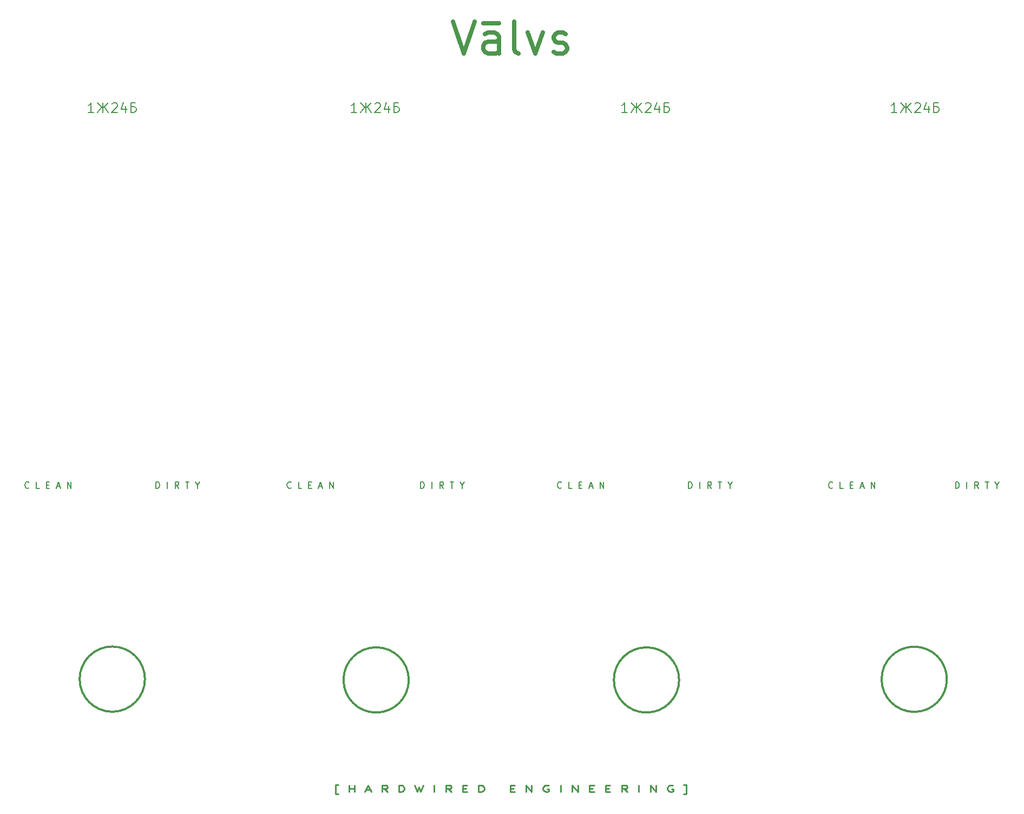
<source format=gts>
%TF.GenerationSoftware,KiCad,Pcbnew,(5.1.6-0-10_14)*%
%TF.CreationDate,2022-01-28T11:35:50+00:00*%
%TF.ProjectId,Quad Tube VCA Panel,51756164-2054-4756-9265-205643412050,rev?*%
%TF.SameCoordinates,Original*%
%TF.FileFunction,Soldermask,Top*%
%TF.FilePolarity,Negative*%
%FSLAX46Y46*%
G04 Gerber Fmt 4.6, Leading zero omitted, Abs format (unit mm)*
G04 Created by KiCad (PCBNEW (5.1.6-0-10_14)) date 2022-01-28 11:35:50*
%MOMM*%
%LPD*%
G01*
G04 APERTURE LIST*
%ADD10C,0.300000*%
%ADD11C,0.700000*%
%ADD12C,0.150000*%
%ADD13C,0.250000*%
%ADD14C,0.200000*%
G04 APERTURE END LIST*
D10*
X156210000Y-168275000D02*
G75*
G03*
X156210000Y-168275000I-5105337J0D01*
G01*
X114325337Y-168376663D02*
G75*
G03*
X114325337Y-168376663I-5105337J0D01*
G01*
X72034337Y-168376663D02*
G75*
G03*
X72034337Y-168376663I-5105337J0D01*
G01*
X30759337Y-168249663D02*
G75*
G03*
X30759337Y-168249663I-5105337J0D01*
G01*
D11*
X78971333Y-65333904D02*
X80638000Y-70333904D01*
X82304666Y-65333904D01*
X86114190Y-70333904D02*
X86114190Y-67714857D01*
X85876095Y-67238666D01*
X85399904Y-67000571D01*
X84447523Y-67000571D01*
X83971333Y-67238666D01*
X86114190Y-70095809D02*
X85638000Y-70333904D01*
X84447523Y-70333904D01*
X83971333Y-70095809D01*
X83733238Y-69619619D01*
X83733238Y-69143428D01*
X83971333Y-68667238D01*
X84447523Y-68429142D01*
X85638000Y-68429142D01*
X86114190Y-68191047D01*
X83733238Y-65572000D02*
X86114190Y-65572000D01*
X89209428Y-70333904D02*
X88733238Y-70095809D01*
X88495142Y-69619619D01*
X88495142Y-65333904D01*
X90638000Y-67000571D02*
X91828476Y-70333904D01*
X93018952Y-67000571D01*
X94685619Y-70095809D02*
X95161809Y-70333904D01*
X96114190Y-70333904D01*
X96590380Y-70095809D01*
X96828476Y-69619619D01*
X96828476Y-69381523D01*
X96590380Y-68905333D01*
X96114190Y-68667238D01*
X95399904Y-68667238D01*
X94923714Y-68429142D01*
X94685619Y-67952952D01*
X94685619Y-67714857D01*
X94923714Y-67238666D01*
X95399904Y-67000571D01*
X96114190Y-67000571D01*
X96590380Y-67238666D01*
D12*
X12597190Y-138279142D02*
X12549571Y-138326761D01*
X12406714Y-138374380D01*
X12311476Y-138374380D01*
X12168619Y-138326761D01*
X12073380Y-138231523D01*
X12025761Y-138136285D01*
X11978142Y-137945809D01*
X11978142Y-137802952D01*
X12025761Y-137612476D01*
X12073380Y-137517238D01*
X12168619Y-137422000D01*
X12311476Y-137374380D01*
X12406714Y-137374380D01*
X12549571Y-137422000D01*
X12597190Y-137469619D01*
X14263857Y-138374380D02*
X13787666Y-138374380D01*
X13787666Y-137374380D01*
X15359095Y-137850571D02*
X15692428Y-137850571D01*
X15835285Y-138374380D02*
X15359095Y-138374380D01*
X15359095Y-137374380D01*
X15835285Y-137374380D01*
X16978142Y-138088666D02*
X17454333Y-138088666D01*
X16882904Y-138374380D02*
X17216238Y-137374380D01*
X17549571Y-138374380D01*
X18644809Y-138374380D02*
X18644809Y-137374380D01*
X19216238Y-138374380D01*
X19216238Y-137374380D01*
X32480666Y-138374380D02*
X32480666Y-137374380D01*
X32718761Y-137374380D01*
X32861619Y-137422000D01*
X32956857Y-137517238D01*
X33004476Y-137612476D01*
X33052095Y-137802952D01*
X33052095Y-137945809D01*
X33004476Y-138136285D01*
X32956857Y-138231523D01*
X32861619Y-138326761D01*
X32718761Y-138374380D01*
X32480666Y-138374380D01*
X34242571Y-138374380D02*
X34242571Y-137374380D01*
X36052095Y-138374380D02*
X35718761Y-137898190D01*
X35480666Y-138374380D02*
X35480666Y-137374380D01*
X35861619Y-137374380D01*
X35956857Y-137422000D01*
X36004476Y-137469619D01*
X36052095Y-137564857D01*
X36052095Y-137707714D01*
X36004476Y-137802952D01*
X35956857Y-137850571D01*
X35861619Y-137898190D01*
X35480666Y-137898190D01*
X37099714Y-137374380D02*
X37671142Y-137374380D01*
X37385428Y-138374380D02*
X37385428Y-137374380D01*
X38956857Y-137898190D02*
X38956857Y-138374380D01*
X38623523Y-137374380D02*
X38956857Y-137898190D01*
X39290190Y-137374380D01*
X53618190Y-138279142D02*
X53570571Y-138326761D01*
X53427714Y-138374380D01*
X53332476Y-138374380D01*
X53189619Y-138326761D01*
X53094380Y-138231523D01*
X53046761Y-138136285D01*
X52999142Y-137945809D01*
X52999142Y-137802952D01*
X53046761Y-137612476D01*
X53094380Y-137517238D01*
X53189619Y-137422000D01*
X53332476Y-137374380D01*
X53427714Y-137374380D01*
X53570571Y-137422000D01*
X53618190Y-137469619D01*
X55284857Y-138374380D02*
X54808666Y-138374380D01*
X54808666Y-137374380D01*
X56380095Y-137850571D02*
X56713428Y-137850571D01*
X56856285Y-138374380D02*
X56380095Y-138374380D01*
X56380095Y-137374380D01*
X56856285Y-137374380D01*
X57999142Y-138088666D02*
X58475333Y-138088666D01*
X57903904Y-138374380D02*
X58237238Y-137374380D01*
X58570571Y-138374380D01*
X59665809Y-138374380D02*
X59665809Y-137374380D01*
X60237238Y-138374380D01*
X60237238Y-137374380D01*
X73882666Y-138374380D02*
X73882666Y-137374380D01*
X74120761Y-137374380D01*
X74263619Y-137422000D01*
X74358857Y-137517238D01*
X74406476Y-137612476D01*
X74454095Y-137802952D01*
X74454095Y-137945809D01*
X74406476Y-138136285D01*
X74358857Y-138231523D01*
X74263619Y-138326761D01*
X74120761Y-138374380D01*
X73882666Y-138374380D01*
X75644571Y-138374380D02*
X75644571Y-137374380D01*
X77454095Y-138374380D02*
X77120761Y-137898190D01*
X76882666Y-138374380D02*
X76882666Y-137374380D01*
X77263619Y-137374380D01*
X77358857Y-137422000D01*
X77406476Y-137469619D01*
X77454095Y-137564857D01*
X77454095Y-137707714D01*
X77406476Y-137802952D01*
X77358857Y-137850571D01*
X77263619Y-137898190D01*
X76882666Y-137898190D01*
X78501714Y-137374380D02*
X79073142Y-137374380D01*
X78787428Y-138374380D02*
X78787428Y-137374380D01*
X80358857Y-137898190D02*
X80358857Y-138374380D01*
X80025523Y-137374380D02*
X80358857Y-137898190D01*
X80692190Y-137374380D01*
X95909190Y-138279142D02*
X95861571Y-138326761D01*
X95718714Y-138374380D01*
X95623476Y-138374380D01*
X95480619Y-138326761D01*
X95385380Y-138231523D01*
X95337761Y-138136285D01*
X95290142Y-137945809D01*
X95290142Y-137802952D01*
X95337761Y-137612476D01*
X95385380Y-137517238D01*
X95480619Y-137422000D01*
X95623476Y-137374380D01*
X95718714Y-137374380D01*
X95861571Y-137422000D01*
X95909190Y-137469619D01*
X97575857Y-138374380D02*
X97099666Y-138374380D01*
X97099666Y-137374380D01*
X98671095Y-137850571D02*
X99004428Y-137850571D01*
X99147285Y-138374380D02*
X98671095Y-138374380D01*
X98671095Y-137374380D01*
X99147285Y-137374380D01*
X100290142Y-138088666D02*
X100766333Y-138088666D01*
X100194904Y-138374380D02*
X100528238Y-137374380D01*
X100861571Y-138374380D01*
X101956809Y-138374380D02*
X101956809Y-137374380D01*
X102528238Y-138374380D01*
X102528238Y-137374380D01*
X115792666Y-138374380D02*
X115792666Y-137374380D01*
X116030761Y-137374380D01*
X116173619Y-137422000D01*
X116268857Y-137517238D01*
X116316476Y-137612476D01*
X116364095Y-137802952D01*
X116364095Y-137945809D01*
X116316476Y-138136285D01*
X116268857Y-138231523D01*
X116173619Y-138326761D01*
X116030761Y-138374380D01*
X115792666Y-138374380D01*
X117554571Y-138374380D02*
X117554571Y-137374380D01*
X119364095Y-138374380D02*
X119030761Y-137898190D01*
X118792666Y-138374380D02*
X118792666Y-137374380D01*
X119173619Y-137374380D01*
X119268857Y-137422000D01*
X119316476Y-137469619D01*
X119364095Y-137564857D01*
X119364095Y-137707714D01*
X119316476Y-137802952D01*
X119268857Y-137850571D01*
X119173619Y-137898190D01*
X118792666Y-137898190D01*
X120411714Y-137374380D02*
X120983142Y-137374380D01*
X120697428Y-138374380D02*
X120697428Y-137374380D01*
X122268857Y-137898190D02*
X122268857Y-138374380D01*
X121935523Y-137374380D02*
X122268857Y-137898190D01*
X122602190Y-137374380D01*
X138327190Y-138279142D02*
X138279571Y-138326761D01*
X138136714Y-138374380D01*
X138041476Y-138374380D01*
X137898619Y-138326761D01*
X137803380Y-138231523D01*
X137755761Y-138136285D01*
X137708142Y-137945809D01*
X137708142Y-137802952D01*
X137755761Y-137612476D01*
X137803380Y-137517238D01*
X137898619Y-137422000D01*
X138041476Y-137374380D01*
X138136714Y-137374380D01*
X138279571Y-137422000D01*
X138327190Y-137469619D01*
X139993857Y-138374380D02*
X139517666Y-138374380D01*
X139517666Y-137374380D01*
X141089095Y-137850571D02*
X141422428Y-137850571D01*
X141565285Y-138374380D02*
X141089095Y-138374380D01*
X141089095Y-137374380D01*
X141565285Y-137374380D01*
X142708142Y-138088666D02*
X143184333Y-138088666D01*
X142612904Y-138374380D02*
X142946238Y-137374380D01*
X143279571Y-138374380D01*
X144374809Y-138374380D02*
X144374809Y-137374380D01*
X144946238Y-138374380D01*
X144946238Y-137374380D01*
X157575666Y-138374380D02*
X157575666Y-137374380D01*
X157813761Y-137374380D01*
X157956619Y-137422000D01*
X158051857Y-137517238D01*
X158099476Y-137612476D01*
X158147095Y-137802952D01*
X158147095Y-137945809D01*
X158099476Y-138136285D01*
X158051857Y-138231523D01*
X157956619Y-138326761D01*
X157813761Y-138374380D01*
X157575666Y-138374380D01*
X159337571Y-138374380D02*
X159337571Y-137374380D01*
X161147095Y-138374380D02*
X160813761Y-137898190D01*
X160575666Y-138374380D02*
X160575666Y-137374380D01*
X160956619Y-137374380D01*
X161051857Y-137422000D01*
X161099476Y-137469619D01*
X161147095Y-137564857D01*
X161147095Y-137707714D01*
X161099476Y-137802952D01*
X161051857Y-137850571D01*
X160956619Y-137898190D01*
X160575666Y-137898190D01*
X162194714Y-137374380D02*
X162766142Y-137374380D01*
X162480428Y-138374380D02*
X162480428Y-137374380D01*
X164051857Y-137898190D02*
X164051857Y-138374380D01*
X163718523Y-137374380D02*
X164051857Y-137898190D01*
X164385190Y-137374380D01*
D13*
X60975285Y-186205714D02*
X60618142Y-186205714D01*
X60618142Y-184777142D01*
X60975285Y-184777142D01*
X62689571Y-185872380D02*
X62689571Y-184872380D01*
X62689571Y-185348571D02*
X63546714Y-185348571D01*
X63546714Y-185872380D02*
X63546714Y-184872380D01*
X65332428Y-185586666D02*
X66046714Y-185586666D01*
X65189571Y-185872380D02*
X65689571Y-184872380D01*
X66189571Y-185872380D01*
X68689571Y-185872380D02*
X68189571Y-185396190D01*
X67832428Y-185872380D02*
X67832428Y-184872380D01*
X68403857Y-184872380D01*
X68546714Y-184920000D01*
X68618142Y-184967619D01*
X68689571Y-185062857D01*
X68689571Y-185205714D01*
X68618142Y-185300952D01*
X68546714Y-185348571D01*
X68403857Y-185396190D01*
X67832428Y-185396190D01*
X70475285Y-185872380D02*
X70475285Y-184872380D01*
X70832428Y-184872380D01*
X71046714Y-184920000D01*
X71189571Y-185015238D01*
X71261000Y-185110476D01*
X71332428Y-185300952D01*
X71332428Y-185443809D01*
X71261000Y-185634285D01*
X71189571Y-185729523D01*
X71046714Y-185824761D01*
X70832428Y-185872380D01*
X70475285Y-185872380D01*
X72975285Y-184872380D02*
X73332428Y-185872380D01*
X73618142Y-185158095D01*
X73903857Y-185872380D01*
X74261000Y-184872380D01*
X75975285Y-185872380D02*
X75975285Y-184872380D01*
X78689571Y-185872380D02*
X78189571Y-185396190D01*
X77832428Y-185872380D02*
X77832428Y-184872380D01*
X78403857Y-184872380D01*
X78546714Y-184920000D01*
X78618142Y-184967619D01*
X78689571Y-185062857D01*
X78689571Y-185205714D01*
X78618142Y-185300952D01*
X78546714Y-185348571D01*
X78403857Y-185396190D01*
X77832428Y-185396190D01*
X80475285Y-185348571D02*
X80975285Y-185348571D01*
X81189571Y-185872380D02*
X80475285Y-185872380D01*
X80475285Y-184872380D01*
X81189571Y-184872380D01*
X82975285Y-185872380D02*
X82975285Y-184872380D01*
X83332428Y-184872380D01*
X83546714Y-184920000D01*
X83689571Y-185015238D01*
X83761000Y-185110476D01*
X83832428Y-185300952D01*
X83832428Y-185443809D01*
X83761000Y-185634285D01*
X83689571Y-185729523D01*
X83546714Y-185824761D01*
X83332428Y-185872380D01*
X82975285Y-185872380D01*
X87903857Y-185348571D02*
X88403857Y-185348571D01*
X88618142Y-185872380D02*
X87903857Y-185872380D01*
X87903857Y-184872380D01*
X88618142Y-184872380D01*
X90403857Y-185872380D02*
X90403857Y-184872380D01*
X91261000Y-185872380D01*
X91261000Y-184872380D01*
X93903857Y-184920000D02*
X93761000Y-184872380D01*
X93546714Y-184872380D01*
X93332428Y-184920000D01*
X93189571Y-185015238D01*
X93118142Y-185110476D01*
X93046714Y-185300952D01*
X93046714Y-185443809D01*
X93118142Y-185634285D01*
X93189571Y-185729523D01*
X93332428Y-185824761D01*
X93546714Y-185872380D01*
X93689571Y-185872380D01*
X93903857Y-185824761D01*
X93975285Y-185777142D01*
X93975285Y-185443809D01*
X93689571Y-185443809D01*
X95761000Y-185872380D02*
X95761000Y-184872380D01*
X97618142Y-185872380D02*
X97618142Y-184872380D01*
X98475285Y-185872380D01*
X98475285Y-184872380D01*
X100332428Y-185348571D02*
X100832428Y-185348571D01*
X101046714Y-185872380D02*
X100332428Y-185872380D01*
X100332428Y-184872380D01*
X101046714Y-184872380D01*
X102832428Y-185348571D02*
X103332428Y-185348571D01*
X103546714Y-185872380D02*
X102832428Y-185872380D01*
X102832428Y-184872380D01*
X103546714Y-184872380D01*
X106189571Y-185872380D02*
X105689571Y-185396190D01*
X105332428Y-185872380D02*
X105332428Y-184872380D01*
X105903857Y-184872380D01*
X106046714Y-184920000D01*
X106118142Y-184967619D01*
X106189571Y-185062857D01*
X106189571Y-185205714D01*
X106118142Y-185300952D01*
X106046714Y-185348571D01*
X105903857Y-185396190D01*
X105332428Y-185396190D01*
X107975285Y-185872380D02*
X107975285Y-184872380D01*
X109832428Y-185872380D02*
X109832428Y-184872380D01*
X110689571Y-185872380D01*
X110689571Y-184872380D01*
X113332428Y-184920000D02*
X113189571Y-184872380D01*
X112975285Y-184872380D01*
X112761000Y-184920000D01*
X112618142Y-185015238D01*
X112546714Y-185110476D01*
X112475285Y-185300952D01*
X112475285Y-185443809D01*
X112546714Y-185634285D01*
X112618142Y-185729523D01*
X112761000Y-185824761D01*
X112975285Y-185872380D01*
X113118142Y-185872380D01*
X113332428Y-185824761D01*
X113403857Y-185777142D01*
X113403857Y-185443809D01*
X113118142Y-185443809D01*
X115046714Y-186205714D02*
X115403857Y-186205714D01*
X115403857Y-184777142D01*
X115046714Y-184777142D01*
D14*
X22761142Y-79545571D02*
X21904000Y-79545571D01*
X22332571Y-79545571D02*
X22332571Y-78045571D01*
X22189714Y-78259857D01*
X22046857Y-78402714D01*
X21904000Y-78474142D01*
X23975428Y-78688428D02*
X23332571Y-79545571D01*
X24189714Y-79545571D02*
X24189714Y-78045571D01*
X24189714Y-78902714D02*
X23332571Y-78045571D01*
X25046857Y-79545571D02*
X24404000Y-78688428D01*
X25046857Y-78045571D02*
X24189714Y-78902714D01*
X25618285Y-78188428D02*
X25689714Y-78117000D01*
X25832571Y-78045571D01*
X26189714Y-78045571D01*
X26332571Y-78117000D01*
X26404000Y-78188428D01*
X26475428Y-78331285D01*
X26475428Y-78474142D01*
X26404000Y-78688428D01*
X25546857Y-79545571D01*
X26475428Y-79545571D01*
X27761142Y-78545571D02*
X27761142Y-79545571D01*
X27403999Y-77974142D02*
X27046857Y-79045571D01*
X27975428Y-79045571D01*
X29261142Y-78045571D02*
X28546857Y-78045571D01*
X28546857Y-79545571D01*
X28975428Y-79545571D01*
X29189714Y-79474142D01*
X29332571Y-79331285D01*
X29403999Y-79188428D01*
X29403999Y-78974142D01*
X29332571Y-78831285D01*
X29189714Y-78688428D01*
X28975428Y-78617000D01*
X28546857Y-78617000D01*
X63909142Y-79545571D02*
X63052000Y-79545571D01*
X63480571Y-79545571D02*
X63480571Y-78045571D01*
X63337714Y-78259857D01*
X63194857Y-78402714D01*
X63052000Y-78474142D01*
X65123428Y-78688428D02*
X64480571Y-79545571D01*
X65337714Y-79545571D02*
X65337714Y-78045571D01*
X65337714Y-78902714D02*
X64480571Y-78045571D01*
X66194857Y-79545571D02*
X65552000Y-78688428D01*
X66194857Y-78045571D02*
X65337714Y-78902714D01*
X66766285Y-78188428D02*
X66837714Y-78117000D01*
X66980571Y-78045571D01*
X67337714Y-78045571D01*
X67480571Y-78117000D01*
X67552000Y-78188428D01*
X67623428Y-78331285D01*
X67623428Y-78474142D01*
X67552000Y-78688428D01*
X66694857Y-79545571D01*
X67623428Y-79545571D01*
X68909142Y-78545571D02*
X68909142Y-79545571D01*
X68552000Y-77974142D02*
X68194857Y-79045571D01*
X69123428Y-79045571D01*
X70409142Y-78045571D02*
X69694857Y-78045571D01*
X69694857Y-79545571D01*
X70123428Y-79545571D01*
X70337714Y-79474142D01*
X70480571Y-79331285D01*
X70552000Y-79188428D01*
X70552000Y-78974142D01*
X70480571Y-78831285D01*
X70337714Y-78688428D01*
X70123428Y-78617000D01*
X69694857Y-78617000D01*
X106200142Y-79545571D02*
X105343000Y-79545571D01*
X105771571Y-79545571D02*
X105771571Y-78045571D01*
X105628714Y-78259857D01*
X105485857Y-78402714D01*
X105343000Y-78474142D01*
X107414428Y-78688428D02*
X106771571Y-79545571D01*
X107628714Y-79545571D02*
X107628714Y-78045571D01*
X107628714Y-78902714D02*
X106771571Y-78045571D01*
X108485857Y-79545571D02*
X107843000Y-78688428D01*
X108485857Y-78045571D02*
X107628714Y-78902714D01*
X109057285Y-78188428D02*
X109128714Y-78117000D01*
X109271571Y-78045571D01*
X109628714Y-78045571D01*
X109771571Y-78117000D01*
X109843000Y-78188428D01*
X109914428Y-78331285D01*
X109914428Y-78474142D01*
X109843000Y-78688428D01*
X108985857Y-79545571D01*
X109914428Y-79545571D01*
X111200142Y-78545571D02*
X111200142Y-79545571D01*
X110843000Y-77974142D02*
X110485857Y-79045571D01*
X111414428Y-79045571D01*
X112700142Y-78045571D02*
X111985857Y-78045571D01*
X111985857Y-79545571D01*
X112414428Y-79545571D01*
X112628714Y-79474142D01*
X112771571Y-79331285D01*
X112843000Y-79188428D01*
X112843000Y-78974142D01*
X112771571Y-78831285D01*
X112628714Y-78688428D01*
X112414428Y-78617000D01*
X111985857Y-78617000D01*
X148364142Y-79545571D02*
X147507000Y-79545571D01*
X147935571Y-79545571D02*
X147935571Y-78045571D01*
X147792714Y-78259857D01*
X147649857Y-78402714D01*
X147507000Y-78474142D01*
X149578428Y-78688428D02*
X148935571Y-79545571D01*
X149792714Y-79545571D02*
X149792714Y-78045571D01*
X149792714Y-78902714D02*
X148935571Y-78045571D01*
X150649857Y-79545571D02*
X150007000Y-78688428D01*
X150649857Y-78045571D02*
X149792714Y-78902714D01*
X151221285Y-78188428D02*
X151292714Y-78117000D01*
X151435571Y-78045571D01*
X151792714Y-78045571D01*
X151935571Y-78117000D01*
X152007000Y-78188428D01*
X152078428Y-78331285D01*
X152078428Y-78474142D01*
X152007000Y-78688428D01*
X151149857Y-79545571D01*
X152078428Y-79545571D01*
X153364142Y-78545571D02*
X153364142Y-79545571D01*
X153007000Y-77974142D02*
X152649857Y-79045571D01*
X153578428Y-79045571D01*
X154864142Y-78045571D02*
X154149857Y-78045571D01*
X154149857Y-79545571D01*
X154578428Y-79545571D01*
X154792714Y-79474142D01*
X154935571Y-79331285D01*
X155007000Y-79188428D01*
X155007000Y-78974142D01*
X154935571Y-78831285D01*
X154792714Y-78688428D01*
X154578428Y-78617000D01*
X154149857Y-78617000D01*
M02*

</source>
